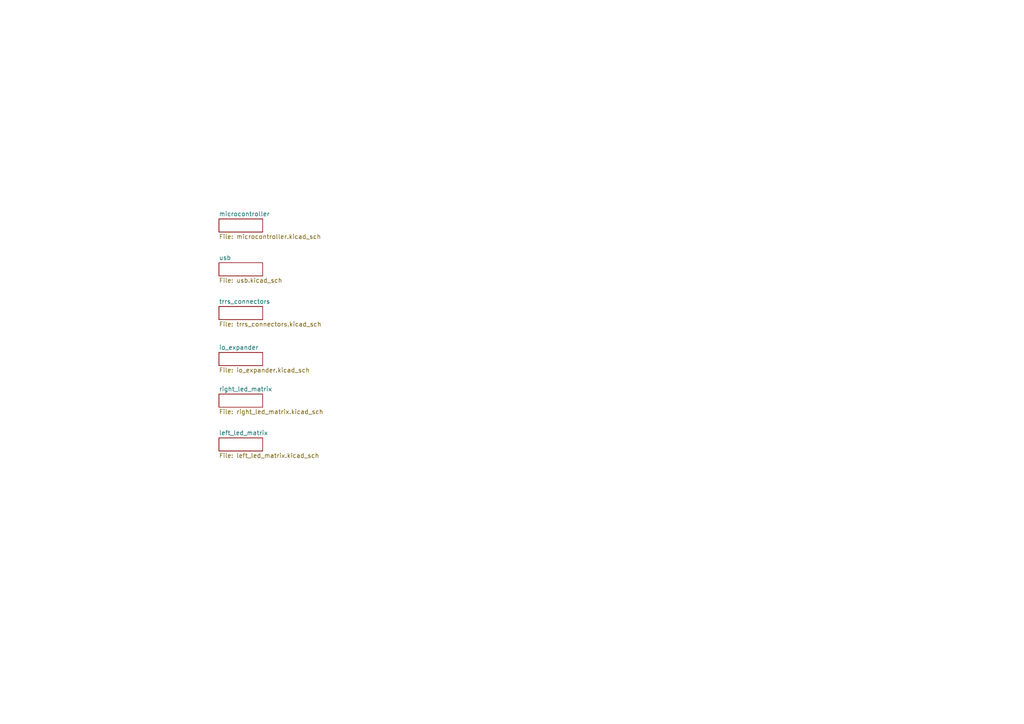
<source format=kicad_sch>
(kicad_sch (version 20230121) (generator eeschema)
  (paper "A4")
  (lib_symbols)
  (sheet (at 63.5 88.9) (size 12.7 3.81) (stroke (width 0.1524))
    (property "Sheetname" "trrs_connectors" (at 63.5 88.1884 0) (effects (justify left bottom)))
    (property "Sheetfile" "trrs_connectors.kicad_sch" (at 63.5 93.2946 0) (effects (justify left top)))
  )
  (sheet (at 63.5 63.5) (size 12.7 3.81) (stroke (width 0.1524))
    (property "Sheetname" "microcontroller" (at 63.5 62.7884 0) (effects (justify left bottom)))
    (property "Sheetfile" "microcontroller.kicad_sch" (at 63.5 67.8946 0) (effects (justify left top)))
  )
  (sheet (at 63.5 127) (size 12.7 3.81) (stroke (width 0.1524))
    (property "Sheetname" "left_led_matrix" (at 63.5 126.2884 0) (effects (justify left bottom)))
    (property "Sheetfile" "left_led_matrix.kicad_sch" (at 63.5 131.3946 0) (effects (justify left top)))
  )
  (sheet (at 63.5 114.3) (size 12.7 3.81) (stroke (width 0.1524))
    (property "Sheetname" "right_led_matrix" (at 63.5 113.5884 0) (effects (justify left bottom)))
    (property "Sheetfile" "right_led_matrix.kicad_sch" (at 63.5 118.6946 0) (effects (justify left top)))
  )
  (sheet (at 63.5 76.2) (size 12.7 3.81) (stroke (width 0.1524))
    (property "Sheetname" "usb" (at 63.5 75.4884 0) (effects (justify left bottom)))
    (property "Sheetfile" "usb.kicad_sch" (at 63.5 80.5946 0) (effects (justify left top)))
  )
  (sheet (at 63.5 102.235) (size 12.7 3.81) (stroke (width 0.1524))
    (property "Sheetname" "io_expander" (at 63.5 101.5234 0) (effects (justify left bottom)))
    (property "Sheetfile" "io_expander.kicad_sch" (at 63.5 106.6296 0) (effects (justify left top)))
  )
)
</source>
